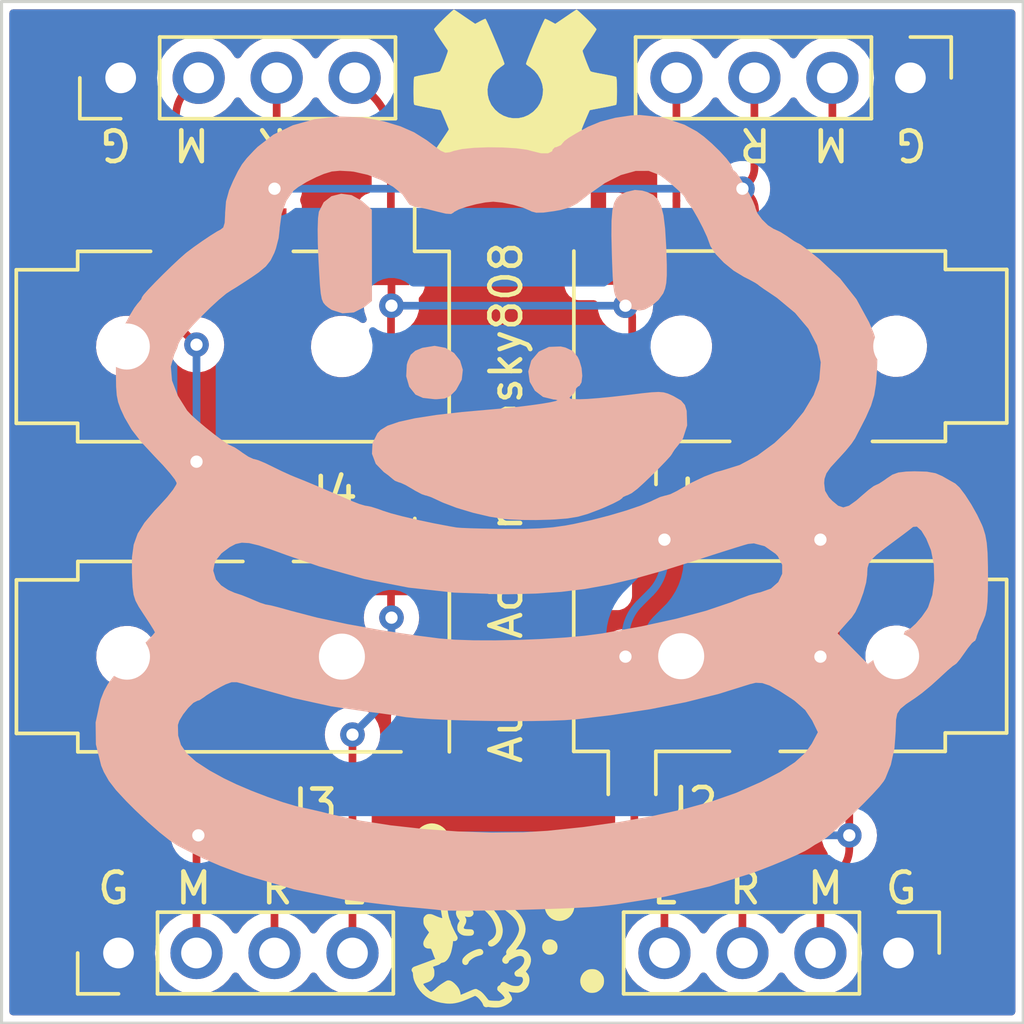
<source format=kicad_pcb>
(kicad_pcb (version 20221018) (generator pcbnew)
  (title_block (title "AudioAdder") (date "2023-09-25") (rev "0") (company "sebsky808"))
  (layers (0 "F.Cu" signal) (31 "B.Cu" signal) (34 "B.Paste" user) (35 "F.Paste" user) (36 "B.SilkS" user "B.Silkscreen") (37 "F.SilkS" user "F.Silkscreen") (38 "B.Mask" user) (39 "F.Mask" user) (44 "Edge.Cuts" user))
  (net 0 "")
  (net 1 "Right Ch.")
  (net 2 "Microphone")
  (net 3 "Ground")
  (net 4 "Left Ch.")
  (footprint "Logos:AudioAdderLogo33mm" (layer "F.Cu") (at 151.892 101.092)
    (fp_text reference "G***" hide)
    (fp_text value "LOGO" hide)
  )
  (footprint "Symbol:OSHW-Symbol_6.7x6mm_SilkScreen" (layer "F.Cu") (at 152.63 88.56 180)
    (fp_text reference "REF**" hide)
    (fp_text value "OSHW-Symbol_6.7x6mm_SilkScreen" hide)
  )
  (footprint "Connector_PinHeader_2.54mm:PinHeader_1x04_P2.54mm_Vertical" (layer "F.Cu") (at 165.49 87.83 -90)
    (fp_text reference "REF**" hide)
    (fp_text value "PinHeader_1x04_P2.54mm_Vertical" hide)
    (pad "1" thru_hole rect (at 0 0 270) (size 1.7 1.7) (drill 1) (layers "*.Cu" "*.Mask") (net 3 "Ground"))
    (pad "2" thru_hole oval (at 0 2.54 270) (size 1.7 1.7) (drill 1) (layers "*.Cu" "*.Mask") (net 2 "Microphone"))
    (pad "3" thru_hole oval (at 0 5.08 270) (size 1.7 1.7) (drill 1) (layers "*.Cu" "*.Mask") (net 1 "Right Ch."))
    (pad "4" thru_hole oval (at 0 7.62 270) (size 1.7 1.7) (drill 1) (layers "*.Cu" "*.Mask") (net 4 "Left Ch."))
  )
  (footprint "Connector_PinHeader_2.54mm:PinHeader_1x04_P2.54mm_Vertical" (layer "F.Cu") (at 165.1 116.332 -90)
    (fp_text reference "REF**" hide)
    (fp_text value "PinHeader_1x04_P2.54mm_Vertical" hide)
    (pad "1" thru_hole rect (at 0 0 270) (size 1.7 1.7) (drill 1) (layers "*.Cu" "*.Mask") (net 3 "Ground"))
    (pad "2" thru_hole oval (at 0 2.54 270) (size 1.7 1.7) (drill 1) (layers "*.Cu" "*.Mask") (net 2 "Microphone"))
    (pad "3" thru_hole oval (at 0 5.08 270) (size 1.7 1.7) (drill 1) (layers "*.Cu" "*.Mask") (net 1 "Right Ch."))
    (pad "4" thru_hole oval (at 0 7.62 270) (size 1.7 1.7) (drill 1) (layers "*.Cu" "*.Mask") (net 4 "Left Ch."))
  )
  (footprint "Connector_Audio:Jack_3.5mm_PJ320D_Horizontal" (layer "F.Cu") (at 160.250008 106.66553 180)
    (fp_text reference "J2" (at 1.900008 -4.80447 180) (layer "F.SilkS"))
    (fp_text value "AudioJack4" hide)
    (pad "" np_thru_hole circle (at -4.775 0 180) (size 1.5 1.5) (drill 1.5) (layers "*.Cu" "*.Mask"))
    (pad "" np_thru_hole circle (at 2.225 0 180) (size 1.5 1.5) (drill 1.5) (layers "*.Cu" "*.Mask"))
    (pad "R1" smd rect (at -0.175 -3.25 180) (size 1.2 2.5) (layers "F.Cu" "F.Paste" "F.Mask") (net 1 "Right Ch."))
    (pad "R2" smd rect (at -3.175 -3.25 180) (size 1.2 2.5) (layers "F.Cu" "F.Paste" "F.Mask") (net 2 "Microphone"))
    (pad "S" smd rect (at 4.925 3.25 180) (size 1.2 2.5) (layers "F.Cu" "F.Paste" "F.Mask") (net 3 "Ground"))
    (pad "T" smd rect (at 3.825 -3.25 180) (size 1.2 2.5) (layers "F.Cu" "F.Paste" "F.Mask") (net 4 "Left Ch."))
  )
  (footprint "Connector_PinHeader_2.54mm:PinHeader_1x04_P2.54mm_Vertical" (layer "F.Cu") (at 139.7 116.332 90)
    (fp_text reference "Header 1" hide)
    (fp_text value "PinHeader_1x04_P2.54mm_Vertical" hide)
    (pad "1" thru_hole rect (at 0 0 90) (size 1.7 1.7) (drill 1) (layers "*.Cu" "*.Mask") (net 3 "Ground"))
    (pad "2" thru_hole oval (at 0 2.54 90) (size 1.7 1.7) (drill 1) (layers "*.Cu" "*.Mask") (net 2 "Microphone"))
    (pad "3" thru_hole oval (at 0 5.08 90) (size 1.7 1.7) (drill 1) (layers "*.Cu" "*.Mask") (net 1 "Right Ch."))
    (pad "4" thru_hole oval (at 0 7.62 90) (size 1.7 1.7) (drill 1) (layers "*.Cu" "*.Mask") (net 4 "Left Ch."))
  )
  (footprint "Connector_Audio:Jack_3.5mm_PJ320D_Horizontal" (layer "F.Cu") (at 160.255 96.57 180)
    (fp_text reference "J1" (at 1.685 -4.86 180) (layer "F.SilkS"))
    (fp_text value "AudioJack4" hide)
    (pad "" np_thru_hole circle (at -4.775 0 180) (size 1.5 1.5) (drill 1.5) (layers "*.Cu" "*.Mask"))
    (pad "" np_thru_hole circle (at 2.225 0 180) (size 1.5 1.5) (drill 1.5) (layers "*.Cu" "*.Mask"))
    (pad "R1" smd rect (at -0.175 -3.25 180) (size 1.2 2.5) (layers "F.Cu" "F.Paste" "F.Mask") (net 1 "Right Ch."))
    (pad "R2" smd rect (at -3.175 -3.25 180) (size 1.2 2.5) (layers "F.Cu" "F.Paste" "F.Mask") (net 2 "Microphone"))
    (pad "S" smd rect (at 4.925 3.25 180) (size 1.2 2.5) (layers "F.Cu" "F.Paste" "F.Mask") (net 3 "Ground"))
    (pad "T" smd rect (at 3.825 -3.25 180) (size 1.2 2.5) (layers "F.Cu" "F.Paste" "F.Mask") (net 4 "Left Ch."))
  )
  (footprint "Connector_Audio:Jack_3.5mm_PJ320D_Horizontal" (layer "F.Cu") (at 144.75 106.68)
    (fp_text reference "J3" (at 1.21 4.84) (layer "F.SilkS"))
    (fp_text value "AudioJack4" hide)
    (pad "" np_thru_hole circle (at -4.775 0) (size 1.5 1.5) (drill 1.5) (layers "*.Cu" "*.Mask"))
    (pad "" np_thru_hole circle (at 2.225 0) (size 1.5 1.5) (drill 1.5) (layers "*.Cu" "*.Mask"))
    (pad "R1" smd rect (at -0.175 -3.25) (size 1.2 2.5) (layers "F.Cu" "F.Paste" "F.Mask") (net 1 "Right Ch."))
    (pad "R2" smd rect (at -3.175 -3.25) (size 1.2 2.5) (layers "F.Cu" "F.Paste" "F.Mask") (net 2 "Microphone"))
    (pad "S" smd rect (at 4.925 3.25) (size 1.2 2.5) (layers "F.Cu" "F.Paste" "F.Mask") (net 3 "Ground"))
    (pad "T" smd rect (at 3.825 -3.25) (size 1.2 2.5) (layers "F.Cu" "F.Paste" "F.Mask") (net 4 "Left Ch."))
  )
  (footprint "Connector_Audio:Jack_3.5mm_PJ320D_Horizontal" (layer "F.Cu") (at 144.745 96.58)
    (fp_text reference "J4" (at 1.875 4.76) (layer "F.SilkS"))
    (fp_text value "AudioJack4" hide)
    (pad "" np_thru_hole circle (at -4.775 0) (size 1.5 1.5) (drill 1.5) (layers "*.Cu" "*.Mask"))
    (pad "" np_thru_hole circle (at 2.225 0) (size 1.5 1.5) (drill 1.5) (layers "*.Cu" "*.Mask"))
    (pad "R1" smd rect (at -0.175 -3.25) (size 1.2 2.5) (layers "F.Cu" "F.Paste" "F.Mask") (net 1 "Right Ch."))
    (pad "R2" smd rect (at -3.175 -3.25) (size 1.2 2.5) (layers "F.Cu" "F.Paste" "F.Mask") (net 2 "Microphone"))
    (pad "S" smd rect (at 4.925 3.25) (size 1.2 2.5) (layers "F.Cu" "F.Paste" "F.Mask") (net 3 "Ground"))
    (pad "T" smd rect (at 3.825 -3.25) (size 1.2 2.5) (layers "F.Cu" "F.Paste" "F.Mask") (net 4 "Left Ch."))
  )
  (footprint "Connector_PinHeader_2.54mm:PinHeader_1x04_P2.54mm_Vertical" (layer "F.Cu") (at 139.77 87.83 90)
    (fp_text reference "REF**" hide)
    (fp_text value "PinHeader_1x04_P2.54mm_Vertical" hide)
    (pad "1" thru_hole rect (at 0 0 90) (size 1.7 1.7) (drill 1) (layers "*.Cu" "*.Mask") (net 3 "Ground"))
    (pad "2" thru_hole oval (at 0 2.54 90) (size 1.7 1.7) (drill 1) (layers "*.Cu" "*.Mask") (net 2 "Microphone"))
    (pad "3" thru_hole oval (at 0 5.08 90) (size 1.7 1.7) (drill 1) (layers "*.Cu" "*.Mask") (net 1 "Right Ch."))
    (pad "4" thru_hole oval (at 0 7.62 90) (size 1.7 1.7) (drill 1) (layers "*.Cu" "*.Mask") (net 4 "Left Ch."))
  )
  (footprint "Logos:SebLogo" (layer "F.Cu") (at 152.38 115.11)
    (fp_text reference "G***" hide)
    (fp_text value "LOGO" hide)
  )
  (gr_rect (start 135.89 85.344) (end 169.164 118.618) (stroke (width 0.1)) (fill none) (layer "Edge.Cuts"))
  (gr_text "G" (at 164.592 114.808) (layer "F.SilkS") (effects (font (size 1 1)) (justify left bottom)))
  (gr_text "M" (at 141.478 114.808) (layer "F.SilkS") (effects (font (size 1 1)) (justify left bottom)))
  (gr_text "L" (at 147.828 89.408 180) (layer "F.SilkS") (effects (font (size 1 1)) (justify left bottom)))
  (gr_text "L" (at 156.972 114.808) (layer "F.SilkS") (effects (font (size 1 1)) (justify left bottom)))
  (gr_text "G" (at 138.938 114.808) (layer "F.SilkS") (effects (font (size 1 1)) (justify left bottom)))
  (gr_text "R" (at 145.288 89.408 180) (layer "F.SilkS") (effects (font (size 1 1)) (justify left bottom)))
  (gr_text "L" (at 158.496 89.408 180) (layer "F.SilkS") (effects (font (size 1 1)) (justify left bottom)))
  (gr_text "G" (at 140.208 89.408 180) (layer "F.SilkS") (effects (font (size 1 1)) (justify left bottom)))
  (gr_text "AudioAdder|sebsky808" (at 152.908 110.236 90) (layer "F.SilkS") (effects (font (size 1 1)) (justify left bottom)))
  (gr_text "R" (at 159.512 114.808) (layer "F.SilkS") (effects (font (size 1 1)) (justify left bottom)))
  (gr_text "M" (at 162.052 114.808) (layer "F.SilkS") (effects (font (size 1 1)) (justify left bottom)))
  (gr_text "R" (at 161.036 89.408 180) (layer "F.SilkS") (effects (font (size 1 1)) (justify left bottom)))
  (gr_text "R" (at 144.272 114.808) (layer "F.SilkS") (effects (font (size 1 1)) (justify left bottom)))
  (gr_text "G" (at 166.116 89.408 180) (layer "F.SilkS") (effects (font (size 1 1)) (justify left bottom)))
  (gr_text "L" (at 146.812 114.808) (layer "F.SilkS") (effects (font (size 1 1)) (justify left bottom)))
  (gr_text "M" (at 163.576 89.408 180) (layer "F.SilkS") (effects (font (size 1 1)) (justify left bottom)))
  (gr_text "M" (at 142.748 89.408 180) (layer "F.SilkS") (effects (font (size 1 1)) (justify left bottom)))
  (segment (start 160.43 92.139913) (end 160.43 99.82) (width 0.25) (layer "F.Cu") (net 1))
  (segment (start 160.425008 109.91553) (end 160.425008 99.824992) (width 0.25) (layer "F.Cu") (net 1))
  (segment (start 160.528 109.977798) (end 160.528 113.432789) (width 0.25) (layer "F.Cu") (net 1))
  (segment (start 160.514 109.944) (end 160.5 109.93) (width 0.25) (layer "F.Cu") (net 1))
  (segment (start 144.705 103.505) (end 144.63 103.43) (width 0.25) (layer "F.Cu") (net 1))
  (segment (start 144.85 91.320502) (end 144.85 87.83) (width 0.25) (layer "F.Cu") (net 1))
  (segment (start 144.78 91.44) (end 144.815 91.405) (width 0.25) (layer "F.Cu") (net 1))
  (segment (start 160.41 90.774228) (end 160.41 87.83) (width 0.25) (layer "F.Cu") (net 1))
  (segment (start 160.225 91.645) (end 160.02 91.44) (width 0.25) (layer "F.Cu") (net 1))
  (segment (start 144.78 103.686066) (end 144.78 116.332) (width 0.25) (layer "F.Cu") (net 1))
  (segment (start 144.575 93.338535) (end 144.575 103.43) (width 0.25) (layer "F.Cu") (net 1))
  (segment (start 160.02 114.65921) (end 160.02 116.332) (width 0.25) (layer "F.Cu") (net 1))
  (segment (start 160.215 91.245) (end 160.02 91.44) (width 0.25) (layer "F.Cu") (net 1))
  (segment (start 144.57 93.326464) (end 144.57 91.65) (width 0.25) (layer "F.Cu") (net 1))
  (via (at 160.02 91.44) (size 0.8) (drill 0.4) (layers "F.Cu" "B.Cu") (net 1))
  (via (at 144.78 91.44) (size 0.8) (drill 0.4) (layers "F.Cu" "B.Cu") (net 1))
  (arc (start 160.528 109.977798) (mid 160.524361 109.959506) (end 160.514 109.944) (width 0.25) (layer "F.Cu") (net 1))
  (arc (start 144.705 103.505) (mid 144.760508 103.588073) (end 144.78 103.686066) (width 0.25) (layer "F.Cu") (net 1))
  (arc (start 144.85 91.320502) (mid 144.840903 91.366232) (end 144.815 91.405) (width 0.25) (layer "F.Cu") (net 1))
  (arc (start 160.02 114.65921) (mid 160.086012 114.327343) (end 160.274 114.046) (width 0.25) (layer "F.Cu") (net 1))
  (arc (start 160.41 90.774228) (mid 160.359321 91.029008) (end 160.215 91.245) (width 0.25) (layer "F.Cu") (net 1))
  (arc (start 160.274 114.046) (mid 160.461987 113.764656) (end 160.528 113.432789) (width 0.25) (layer "F.Cu") (net 1))
  (arc (start 144.575 93.338535) (mid 144.57435 93.335268) (end 144.5725 93.3325) (width 0.25) (layer "F.Cu") (net 1))
  (arc (start 160.225 91.645) (mid 160.376722 91.872068) (end 160.43 92.139913) (width 0.25) (layer "F.Cu") (net 1))
  (arc (start 144.5725 93.3325) (mid 144.570649 93.32973) (end 144.57 93.326464) (width 0.25) (layer "F.Cu") (net 1))
  (segment (start 144.78 91.44) (end 160.02 91.44) (width 0.25) (layer "B.Cu") (net 1))
  (segment (start 163.425008 108.156661) (end 163.425008 109.91553) (width 0.25) (layer "F.Cu") (net 2))
  (segment (start 141.57 89.093259) (end 141.57 93.33) (width 0.25) (layer "F.Cu") (net 2))
  (segment (start 142.24 109.651335) (end 142.24 112.397573) (width 0.25) (layer "F.Cu") (net 2))
  (segment (start 162.95 94.30707) (end 162.95 87.83) (width 0.25) (layer "F.Cu") (net 2))
  (segment (start 142.24 96.52) (end 141.905 96.185) (width 0.25) (layer "F.Cu") (net 2))
  (segment (start 163.195944 113.664055) (end 163.03 113.83) (width 0.25) (layer "F.Cu") (net 2))
  (segment (start 162.56 102.87) (end 162.995 102.435) (width 0.25) (layer "F.Cu") (net 2))
  (segment (start 162.56 114.96468) (end 162.56 116.332) (width 0.25) (layer "F.Cu") (net 2))
  (segment (start 163.5 112.5) (end 163.5 112.93) (width 0.25) (layer "F.Cu") (net 2))
  (segment (start 141.575 101.465226) (end 141.575 103.43) (width 0.25) (layer "F.Cu") (net 2))
  (segment (start 141.9075 100.6625) (end 142.24 100.33) (width 0.25) (layer "F.Cu") (net 2))
  (segment (start 141.57 95.376238) (end 141.57 93.33) (width 0.25) (layer "F.Cu") (net 2))
  (segment (start 162.992504 107.112504) (end 162.56 106.68) (width 0.25) (layer "F.Cu") (net 2))
  (segment (start 141.63 108.178664) (end 141.63 103.43) (width 0.25) (layer "F.Cu") (net 2))
  (segment (start 163.43 95.465893) (end 163.43 99.82) (width 0.25) (layer "F.Cu") (net 2))
  (segment (start 163.43 101.384817) (end 163.43 99.82) (width 0.25) (layer "F.Cu") (net 2))
  (segment (start 163.5 112.5) (end 163.5 109.93) (width 0.25) (layer "F.Cu") (net 2))
  (segment (start 141.94 88.2) (end 142.31 87.83) (width 0.25) (layer "F.Cu") (net 2))
  (segment (start 142.24 112.602426) (end 142.24 116.332) (width 0.25) (layer "F.Cu") (net 2))
  (segment (start 142.27 112.47) (end 142.3 112.5) (width 0.25) (layer "F.Cu") (net 2))
  (segment (start 142.3 112.5) (end 142.27 112.53) (width 0.25) (layer "F.Cu") (net 2))
  (via (at 162.56 106.68) (size 0.8) (drill 0.4) (layers "F.Cu" "B.Cu") (net 2))
  (via (at 142.24 96.52) (size 0.8) (drill 0.4) (layers "F.Cu" "B.Cu") (net 2))
  (via (at 142.24 100.33) (size 0.8) (drill 0.4) (layers "F.Cu" "B.Cu") (net 2))
  (via (at 142.3 112.5) (size 0.8) (drill 0.4) (layers "F.Cu" "B.Cu") (net 2))
  (via (at 163.5 112.5) (size 0.8) (drill 0.4) (layers "F.Cu" "B.Cu") (net 2))
  (via (at 162.56 102.87) (size 0.8) (drill 0.4) (layers "F.Cu" "B.Cu") (net 2))
  (arc (start 163.19 94.886482) (mid 163.367626 95.152318) (end 163.43 95.465893) (width 0.25) (layer "F.Cu") (net 2))
  (arc (start 162.95 94.30707) (mid 163.012373 94.620645) (end 163.19 94.886482) (width 0.25) (layer "F.Cu") (net 2))
  (arc (start 141.935 108.915) (mid 141.709266 108.577166) (end 141.63 108.178664) (width 0.25) (layer "F.Cu") (net 2))
  (arc (start 162.56 114.96468) (mid 162.682149 114.350595) (end 163.03 113.83) (width 0.25) (layer "F.Cu") (net 2))
  (arc (start 142.27 112.53) (mid 142.247796 112.563229) (end 142.24 112.602426) (width 0.25) (layer "F.Cu") (net 2))
  (arc (start 163.195944 113.664055) (mid 163.420978 113.327267) (end 163.5 112.93) (width 0.25) (layer "F.Cu") (net 2))
  (arc (start 162.992504 107.112504) (mid 163.312603 107.591567) (end 163.425008 108.156661) (width 0.25) (layer "F.Cu") (net 2))
  (arc (start 141.57 95.376238) (mid 141.657063 95.813936) (end 141.905 96.185) (width 0.25) (layer "F.Cu") (net 2))
  (arc (start 141.9075 100.6625) (mid 141.661413 101.030793) (end 141.575 101.465226) (width 0.25) (layer "F.Cu") (net 2))
  (arc (start 142.27 112.47) (mid 142.247796 112.43677) (end 142.24 112.397573) (width 0.25) (layer "F.Cu") (net 2))
  (arc (start 141.94 88.2) (mid 141.666159 88.60983) (end 141.57 89.093259) (width 0.25) (layer "F.Cu") (net 2))
  (arc (start 141.935 108.915) (mid 142.160733 109.252833) (end 142.24 109.651335) (width 0.25) (layer "F.Cu") (net 2))
  (arc (start 163.43 101.384817) (mid 163.316947 101.953171) (end 162.995 102.435) (width 0.25) (layer "F.Cu") (net 2))
  (segment (start 162.56 106.68) (end 162.56 102.87) (width 0.25) (layer "B.Cu") (net 2))
  (segment (start 142.24 100.33) (end 142.24 96.52) (width 0.25) (layer "B.Cu") (net 2))
  (segment (start 142.3 112.5) (end 163.5 112.5) (width 0.25) (layer "B.Cu") (net 2))
  (segment (start 149.73 109.1) (end 149.73 109.93) (width 0.25) (layer "F.Cu") (net 3))
  (segment (start 155.4 104.26) (end 155.4 103.43) (width 0.25) (layer "F.Cu") (net 3))
  (segment (start 157.48 114.992964) (end 157.48 116.332) (width 0.25) (layer "F.Cu") (net 4))
  (segment (start 156.43 95.625563) (end 156.43 99.82) (width 0.25) (layer "F.Cu") (net 4))
  (segment (start 156.5 112.627035) (end 156.5 109.93) (width 0.25) (layer "F.Cu") (net 4))
  (segment (start 156.43 101.077537) (end 156.43 99.82) (width 0.25) (layer "F.Cu") (net 4))
  (segment (start 148.575 103.43) (end 148.575 95.275606) (width 0.25) (layer "F.Cu") (net 4))
  (segment (start 156.21 95.25) (end 156.32 95.36) (width 0.25) (layer "F.Cu") (net 4))
  (segment (start 147.98 88.42) (end 147.39 87.83) (width 0.25) (layer "F.Cu") (net 4))
  (segment (start 147.32 109.22) (end 147.32 116.332) (width 0.25) (layer "F.Cu") (net 4))
  (segment (start 148.575 103.43) (end 149.4925 103.43) (width 0.25) (layer "F.Cu") (net 4))
  (segment (start 156.21 95.25) (end 157.558873 93.901126) (width 0.25) (layer "F.Cu") (net 4))
  (segment (start 148.59 93.364142) (end 148.59 95.25) (width 0.25) (layer "F.Cu") (net 4))
  (segment (start 148.57 89.844386) (end 148.57 93.315857) (width 0.25) (layer "F.Cu") (net 4))
  (segment (start 156.425008 107.047041) (end 156.425008 109.91553) (width 0.25) (layer "F.Cu") (net 4))
  (segment (start 157.87 91.83) (end 157.87 92.71) (width 0.25) (layer "F.Cu") (net 4))
  (segment (start 151.05877 102.781229) (end 153.167936 100.672063) (width 0.25) (layer "F.Cu") (net 4))
  (segment (start 157.87 93.15) (end 157.87 92.71) (width 0.25) (layer "F.Cu") (net 4))
  (segment (start 148.5825 95.2575) (end 148.59 95.25) (width 0.25) (layer "F.Cu") (net 4))
  (segment (start 156.21 106.68) (end 156.317504 106.787504) (width 0.25) (layer "F.Cu") (net 4))
  (segment (start 156.955 102.345) (end 157.48 102.87) (width 0.25) (layer "F.Cu") (net 4))
  (segment (start 148.575 103.43) (end 148.575 105.395) (width 0.25) (layer "F.Cu") (net 4))
  (segment (start 157.87 91.83) (end 157.87 87.83) (width 0.25) (layer "F.Cu") (net 4))
  (segment (start 155.225 99.82) (end 156.43 99.82) (width 0.25) (layer "F.Cu") (net 4))
  (via (at 148.59 95.25) (size 0.8) (drill 0.4) (layers "F.Cu" "B.Cu") (net 4))
  (via (at 157.48 102.87) (size 0.8) (drill 0.4) (layers "F.Cu" "B.Cu") (net 4))
  (via (at 148.59 105.41) (size 0.8) (drill 0.4) (layers "F.Cu" "B.Cu") (net 4))
  (via (at 156.21 95.25) (size 0.8) (drill 0.4) (layers "F.Cu" "B.Cu") (net 4))
  (via (at 147.32 109.22) (size 0.8) (drill 0.4) (layers "F.Cu" "B.Cu") (net 4))
  (via (at 156.21 106.68) (size 0.8) (drill 0.4) (layers "F.Cu" "B.Cu") (net 4))
  (arc (start 156.5 112.627035) (mid 156.627346 113.267251) (end 156.99 113.81) (width 0.25) (layer "F.Cu") (net 4))
  (arc (start 148.57 89.844386) (mid 148.416663 89.073513) (end 147.98 88.42) (width 0.25) (layer "F.Cu") (net 4))
  (arc (start 157.558873 93.901126) (mid 157.78914 93.556506) (end 157.87 93.15) (width 0.25) (layer "F.Cu") (net 4))
  (arc (start 156.317504 106.787504) (mid 156.397068 106.90658) (end 156.425008 107.047041) (width 0.25) (layer "F.Cu") (net 4))
  (arc (start 157.48 114.992964) (mid 157.352653 114.352748) (end 156.99 113.81) (width 0.25) (layer "F.Cu") (net 4))
  (arc (start 155.225 99.82) (mid 154.111725 100.041443) (end 153.167936 100.672063) (width 0.25) (layer "F.Cu") (net 4))
  (arc (start 148.575 95.275606) (mid 148.576949 95.265807) (end 148.5825 95.2575) (width 0.25) (layer "F.Cu") (net 4))
  (arc (start 148.58 93.34) (mid 148.572598 93.328923) (end 148.57 93.315857) (width 0.25) (layer "F.Cu") (net 4))
  (arc (start 151.05877 102.781229) (mid 150.340159 103.261389) (end 149.4925 103.43) (width 0.25) (layer "F.Cu") (net 4))
  (arc (start 156.43 101.077537) (mid 156.566443 101.763483) (end 156.955 102.345) (width 0.25) (layer "F.Cu") (net 4))
  (arc (start 148.59 93.364142) (mid 148.587401 93.351076) (end 148.58 93.34) (width 0.25) (layer "F.Cu") (net 4))
  (arc (start 156.32 95.36) (mid 156.401411 95.481841) (end 156.43 95.625563) (width 0.25) (layer "F.Cu") (net 4))
  (segment (start 156.21 95.25) (end 148.59 95.25) (width 0.25) (layer "B.Cu") (net 4))
  (segment (start 147.32 109.22) (end 147.955 108.585) (width 0.25) (layer "B.Cu") (net 4))
  (segment (start 148.59 105.41) (end 148.59 107.051974) (width 0.25) (layer "B.Cu") (net 4))
  (segment (start 156.21 106.68) (end 156.21 106.045) (width 0.25) (layer "B.Cu") (net 4))
  (segment (start 157.030986 104.589012) (end 156.659012 104.960987) (width 0.25) (layer "B.Cu") (net 4))
  (segment (start 157.48 102.87) (end 157.48 103.505) (width 0.25) (layer "B.Cu") (net 4))
  (arc (start 147.955 108.585) (mid 148.424968 107.881641) (end 148.59 107.051974) (width 0.25) (layer "B.Cu") (net 4))
  (arc (start 156.659012 104.960987) (mid 156.326694 105.458336) (end 156.21 106.045) (width 0.25) (layer "B.Cu") (net 4))
  (arc (start 157.030986 104.589012) (mid 157.363305 104.091663) (end 157.48 103.505) (width 0.25) (layer "B.Cu") (net 4))
  (zone (net 3) (net_name "Ground") (layer "F.Cu") (name "Ground") (connect_pads (clearance 0.5)) (min_thickness 0.25) (fill yes (thermal_gap 0.5) (thermal_bridge_width 0.5))
    (polygon (pts (xy 136.144 85.598) (xy 136.144 118.364) (xy 168.91 118.364) (xy 168.91 85.598)))
  )
  (zone (net 3) (net_name "Ground") (layer "B.Cu") (name "Ground") (priority 1) (connect_pads yes (clearance 0.5)) (min_thickness 0.25) (fill yes (thermal_gap 0.5) (thermal_bridge_width 0.5))
    (polygon (pts (xy 136.144 85.598) (xy 136.144 118.364) (xy 168.91 118.364) (xy 168.91 85.598)))
  )
)
</source>
